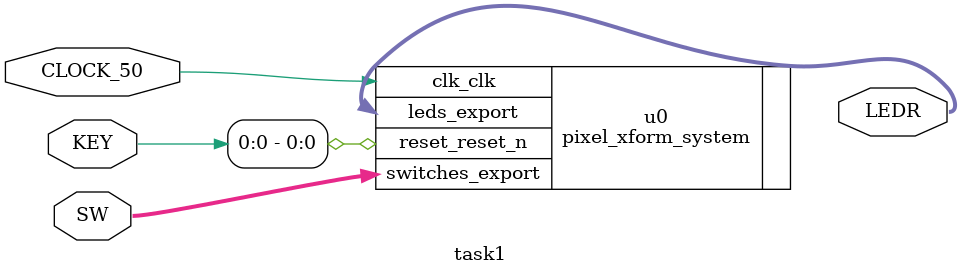
<source format=v>

module task1(CLOCK_50, SW, KEY, LEDR);

  input CLOCK_50;
  input [7:0] SW;
  input [3:0] KEY;
  output [7:0] LEDR;

  // Instantiate NiosII system module generated by the Qsys Tool
  pixel_xform_system u0 (
      .clk_clk         (CLOCK_50),    // clk.clk
      .leds_export     (LEDR),        // leds.export
      .reset_reset_n   (KEY[0]),      // reset.reset_n
      .switches_export (SW)           // switches.export
  );

endmodule

</source>
